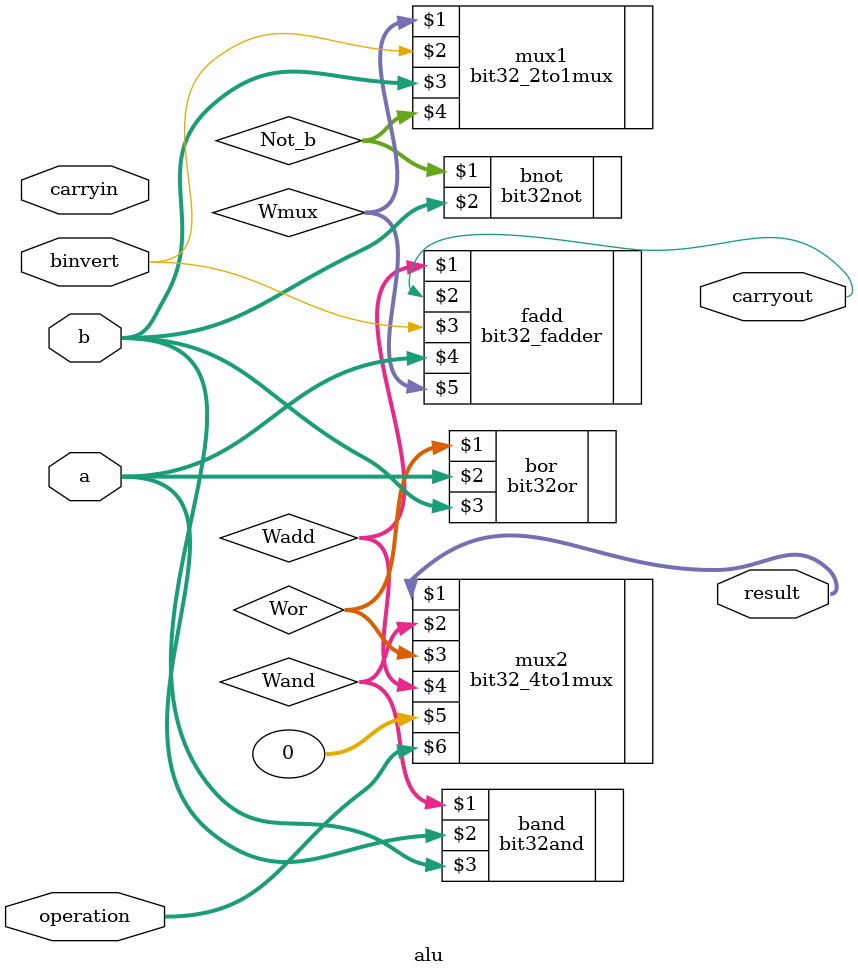
<source format=v>
module alu(result,carryout,a,b,binvert,carryin,operation);
    input [31:0]a,b;
    input binvert,carryin;
    input [1:0] operation;

    output carryout;
    output [31:0]result;

    wire [31:0] Not_b,Wand,Wor,Wmux,Wadd;
    bit32not bnot(Not_b,b);
    bit32and band(Wand,a,b);
    bit32or bor(Wor,a,b);
    bit32_2to1mux mux1(Wmux,binvert,b,Not_b);
    bit32_fadder fadd(Wadd,carryout,binvert,a,Wmux);
    bit32_4to1mux mux2(result,Wand,Wor,Wadd,32'h00000000,operation);
endmodule
</source>
